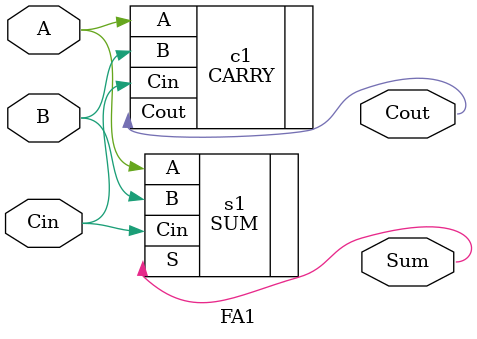
<source format=v>
module FA1 (Sum, Cout, A, B, Cin);
 
	output Sum, Cout;
	input A, B, Cin;
		
	// Structural code
	SUM s1 (.S(Sum), .A(A), .B(B), .Cin(Cin));
	CARRY c1 (.Cout(Cout), .A(A), .B(B), .Cin(Cin));
	
endmodule


</source>
